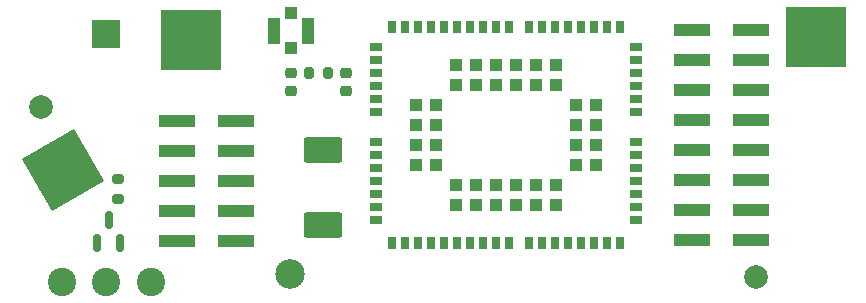
<source format=gbr>
%TF.GenerationSoftware,KiCad,Pcbnew,8.0.5*%
%TF.CreationDate,2025-03-27T16:47:35+00:00*%
%TF.ProjectId,BG95V4_4902-30029-07,42473935-5634-45f3-9439-30322d333030,rev?*%
%TF.SameCoordinates,Original*%
%TF.FileFunction,Soldermask,Bot*%
%TF.FilePolarity,Negative*%
%FSLAX46Y46*%
G04 Gerber Fmt 4.6, Leading zero omitted, Abs format (unit mm)*
G04 Created by KiCad (PCBNEW 8.0.5) date 2025-03-27 16:47:35*
%MOMM*%
%LPD*%
G01*
G04 APERTURE LIST*
G04 Aperture macros list*
%AMRoundRect*
0 Rectangle with rounded corners*
0 $1 Rounding radius*
0 $2 $3 $4 $5 $6 $7 $8 $9 X,Y pos of 4 corners*
0 Add a 4 corners polygon primitive as box body*
4,1,4,$2,$3,$4,$5,$6,$7,$8,$9,$2,$3,0*
0 Add four circle primitives for the rounded corners*
1,1,$1+$1,$2,$3*
1,1,$1+$1,$4,$5*
1,1,$1+$1,$6,$7*
1,1,$1+$1,$8,$9*
0 Add four rect primitives between the rounded corners*
20,1,$1+$1,$2,$3,$4,$5,0*
20,1,$1+$1,$4,$5,$6,$7,0*
20,1,$1+$1,$6,$7,$8,$9,0*
20,1,$1+$1,$8,$9,$2,$3,0*%
%AMRotRect*
0 Rectangle, with rotation*
0 The origin of the aperture is its center*
0 $1 length*
0 $2 width*
0 $3 Rotation angle, in degrees counterclockwise*
0 Add horizontal line*
21,1,$1,$2,0,0,$3*%
G04 Aperture macros list end*
%ADD10R,2.400000X2.400000*%
%ADD11C,2.400000*%
%ADD12C,2.500000*%
%ADD13R,0.700000X1.100000*%
%ADD14R,1.100000X0.700000*%
%ADD15R,1.000000X1.000000*%
%ADD16RoundRect,0.250001X-1.399999X0.837499X-1.399999X-0.837499X1.399999X-0.837499X1.399999X0.837499X0*%
%ADD17R,1.050000X2.200000*%
%ADD18R,3.150000X1.000000*%
%ADD19R,5.100000X5.100000*%
%ADD20C,2.000000*%
%ADD21RoundRect,0.200000X-0.200000X-0.275000X0.200000X-0.275000X0.200000X0.275000X-0.200000X0.275000X0*%
%ADD22RoundRect,0.150000X0.150000X-0.587500X0.150000X0.587500X-0.150000X0.587500X-0.150000X-0.587500X0*%
%ADD23RoundRect,0.225000X-0.250000X0.225000X-0.250000X-0.225000X0.250000X-0.225000X0.250000X0.225000X0*%
%ADD24RotRect,5.100000X5.100000X120.000000*%
%ADD25RoundRect,0.200000X-0.275000X0.200000X-0.275000X-0.200000X0.275000X-0.200000X0.275000X0.200000X0*%
G04 APERTURE END LIST*
D10*
%TO.C,BT1*%
X11750000Y19500000D03*
D11*
X11750000Y-1500000D03*
X15500000Y-1500000D03*
X8000000Y-1500000D03*
%TD*%
D12*
%TO.C,H1*%
X27330400Y-863600D03*
%TD*%
D13*
%TO.C,U1*%
X35900000Y20050000D03*
X37000000Y20050000D03*
X38100000Y20050000D03*
X39200000Y20050000D03*
X40300000Y20050000D03*
X41400000Y20050000D03*
X42500000Y20050000D03*
X43600000Y20050000D03*
X44700000Y20050000D03*
X45800000Y20050000D03*
X47500000Y20050000D03*
X48600000Y20050000D03*
X49700000Y20050000D03*
X50800000Y20050000D03*
X51900000Y20050000D03*
X53000000Y20050000D03*
X54100000Y20050000D03*
X55200000Y20050000D03*
D14*
X56600000Y18350000D03*
X56600000Y17250000D03*
X56600000Y16150000D03*
X56600000Y15050000D03*
X56600000Y13950000D03*
X56600000Y12850000D03*
X56600000Y10350000D03*
X56600000Y9250000D03*
X56600000Y8150000D03*
X56600000Y7050000D03*
X56600000Y5950000D03*
X56600000Y4850000D03*
X56600000Y3750000D03*
D13*
X55200000Y1750000D03*
X54100000Y1750000D03*
X53000000Y1750000D03*
X51900000Y1750000D03*
X50800000Y1750000D03*
X49700000Y1750000D03*
X48600000Y1750000D03*
X47500000Y1750000D03*
X45800000Y1750000D03*
X44700000Y1750000D03*
X43600000Y1750000D03*
X42500000Y1750000D03*
X41400000Y1750000D03*
X40300000Y1750000D03*
X39200000Y1750000D03*
X38100000Y1750000D03*
X37000000Y1750000D03*
X35900000Y1750000D03*
D14*
X34600000Y3750000D03*
X34600000Y4850000D03*
X34600000Y5950000D03*
X34600000Y7050000D03*
X34600000Y8150000D03*
X34600000Y9250000D03*
X34600000Y10350000D03*
X34600000Y12850000D03*
X34600000Y13950000D03*
X34600000Y15050000D03*
X34600000Y16150000D03*
X34600000Y17250000D03*
X34600000Y18350000D03*
D15*
X41350000Y16850000D03*
X43050000Y16850000D03*
X44750000Y16850000D03*
X46450000Y16850000D03*
X48150000Y16850000D03*
X49850000Y16850000D03*
X53250000Y13450000D03*
X53250000Y11750000D03*
X53250000Y10050000D03*
X53250000Y8350000D03*
X49850000Y4950000D03*
X48150000Y4950000D03*
X46450000Y4950000D03*
X44750000Y4950000D03*
X43050000Y4950000D03*
X41350000Y4950000D03*
X37950000Y8350000D03*
X37950000Y10050000D03*
X37950000Y11750000D03*
X37950000Y13450000D03*
X41350000Y15150000D03*
X43050000Y15150000D03*
X44750000Y15150000D03*
X46450000Y15150000D03*
X48150000Y15150000D03*
X49850000Y15150000D03*
X51550000Y13450000D03*
X51550000Y11750000D03*
X51550000Y10050000D03*
X51550000Y8350000D03*
X49850000Y6650000D03*
X48150000Y6650000D03*
X46450000Y6650000D03*
X44750000Y6650000D03*
X43050000Y6650000D03*
X41350000Y6650000D03*
X39650000Y8350000D03*
X39650000Y10050000D03*
X39650000Y11750000D03*
X39650000Y13450000D03*
%TD*%
D16*
%TO.C,C5*%
X30060000Y9667500D03*
X30060000Y3292500D03*
%TD*%
D15*
%TO.C,J12*%
X27381200Y18235800D03*
D17*
X28856200Y19735800D03*
D15*
X27381200Y21235800D03*
D17*
X25906200Y19735800D03*
%TD*%
D18*
%TO.C,J3*%
X66350000Y19840000D03*
X66350000Y17300000D03*
X66350000Y14760000D03*
X66350000Y12220000D03*
X66350000Y9680000D03*
X66350000Y7140000D03*
X66350000Y4600000D03*
X66350000Y2060000D03*
X61300000Y19840000D03*
X61300000Y17300000D03*
X61300000Y14760000D03*
X61300000Y12220000D03*
X61300000Y9680000D03*
X61300000Y7140000D03*
X61300000Y4600000D03*
X61300000Y2060000D03*
%TD*%
D19*
%TO.C,J5*%
X18897600Y18931000D03*
%TD*%
D20*
%TO.C,FID2*%
X66776600Y-1092200D03*
%TD*%
D21*
%TO.C,R4*%
X28900000Y16150000D03*
X30550000Y16150000D03*
%TD*%
D18*
%TO.C,J2*%
X17700000Y1970000D03*
X17700000Y4510000D03*
X17700000Y7050000D03*
X17700000Y9590000D03*
X17700000Y12130000D03*
X22750000Y1970000D03*
X22750000Y4510000D03*
X22750000Y7050000D03*
X22750000Y9590000D03*
X22750000Y12130000D03*
%TD*%
D22*
%TO.C,Q1*%
X12888000Y1805700D03*
X10988000Y1805700D03*
X11938000Y3680700D03*
%TD*%
D23*
%TO.C,C13*%
X27375000Y16150000D03*
X27375000Y14600000D03*
%TD*%
D19*
%TO.C,J6*%
X71805800Y19227800D03*
%TD*%
D24*
%TO.C,J4*%
X8100000Y7950200D03*
%TD*%
D25*
%TO.C,R2*%
X12725400Y7175000D03*
X12725400Y5525000D03*
%TD*%
D20*
%TO.C,FID3*%
X6197600Y13309600D03*
%TD*%
D23*
%TO.C,C14*%
X32000000Y16150000D03*
X32000000Y14600000D03*
%TD*%
M02*

</source>
